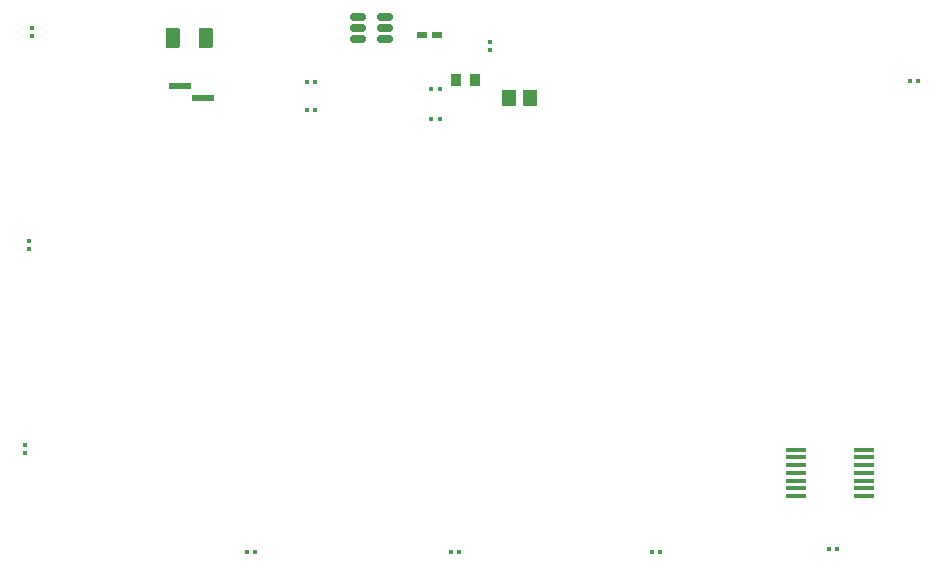
<source format=gbr>
%TF.GenerationSoftware,KiCad,Pcbnew,7.0.7*%
%TF.CreationDate,2024-02-01T19:36:20-05:00*%
%TF.ProjectId,500g Bot Design-2024-01-21,35303067-2042-46f7-9420-44657369676e,rev?*%
%TF.SameCoordinates,Original*%
%TF.FileFunction,Paste,Top*%
%TF.FilePolarity,Positive*%
%FSLAX46Y46*%
G04 Gerber Fmt 4.6, Leading zero omitted, Abs format (unit mm)*
G04 Created by KiCad (PCBNEW 7.0.7) date 2024-02-01 19:36:20*
%MOMM*%
%LPD*%
G01*
G04 APERTURE LIST*
G04 Aperture macros list*
%AMRoundRect*
0 Rectangle with rounded corners*
0 $1 Rounding radius*
0 $2 $3 $4 $5 $6 $7 $8 $9 X,Y pos of 4 corners*
0 Add a 4 corners polygon primitive as box body*
4,1,4,$2,$3,$4,$5,$6,$7,$8,$9,$2,$3,0*
0 Add four circle primitives for the rounded corners*
1,1,$1+$1,$2,$3*
1,1,$1+$1,$4,$5*
1,1,$1+$1,$6,$7*
1,1,$1+$1,$8,$9*
0 Add four rect primitives between the rounded corners*
20,1,$1+$1,$2,$3,$4,$5,0*
20,1,$1+$1,$4,$5,$6,$7,0*
20,1,$1+$1,$6,$7,$8,$9,0*
20,1,$1+$1,$8,$9,$2,$3,0*%
G04 Aperture macros list end*
%ADD10RoundRect,0.250000X-0.375000X-0.625000X0.375000X-0.625000X0.375000X0.625000X-0.375000X0.625000X0*%
%ADD11RoundRect,0.079500X0.100500X-0.079500X0.100500X0.079500X-0.100500X0.079500X-0.100500X-0.079500X0*%
%ADD12R,1.200000X1.470000*%
%ADD13RoundRect,0.079500X-0.100500X0.079500X-0.100500X-0.079500X0.100500X-0.079500X0.100500X0.079500X0*%
%ADD14RoundRect,0.079500X-0.079500X-0.100500X0.079500X-0.100500X0.079500X0.100500X-0.079500X0.100500X0*%
%ADD15R,0.858799X0.550799*%
%ADD16RoundRect,0.079500X0.079500X0.100500X-0.079500X0.100500X-0.079500X-0.100500X0.079500X-0.100500X0*%
%ADD17R,1.950000X0.500000*%
%ADD18R,1.778000X0.355600*%
%ADD19R,0.940000X1.020000*%
%ADD20RoundRect,0.150000X-0.512500X-0.150000X0.512500X-0.150000X0.512500X0.150000X-0.512500X0.150000X0*%
G04 APERTURE END LIST*
D10*
%TO.C,F1*%
X66799000Y-85344000D03*
X69599000Y-85344000D03*
%TD*%
D11*
%TO.C,C11*%
X54229000Y-120487000D03*
X54229000Y-119797000D03*
%TD*%
D12*
%TO.C,L2*%
X95279000Y-90424000D03*
X96999000Y-90424000D03*
%TD*%
D13*
%TO.C,C12*%
X54864000Y-84491000D03*
X54864000Y-85181000D03*
%TD*%
D14*
%TO.C,C4*%
X73061000Y-128905000D03*
X73751000Y-128905000D03*
%TD*%
%TO.C,C8*%
X78141000Y-89050000D03*
X78831000Y-89050000D03*
%TD*%
%TO.C,C6*%
X107351000Y-128905000D03*
X108041000Y-128905000D03*
%TD*%
D15*
%TO.C,R2*%
X87864601Y-85090000D03*
X89173399Y-85090000D03*
%TD*%
D16*
%TO.C,C2*%
X89372000Y-89662000D03*
X88682000Y-89662000D03*
%TD*%
D14*
%TO.C,C13*%
X78141000Y-91440000D03*
X78831000Y-91440000D03*
%TD*%
D17*
%TO.C,J10*%
X67351000Y-89416000D03*
X69301000Y-90416000D03*
%TD*%
D16*
%TO.C,C14*%
X123027000Y-128651000D03*
X122337000Y-128651000D03*
%TD*%
D14*
%TO.C,C3*%
X90333000Y-128905000D03*
X91023000Y-128905000D03*
%TD*%
D18*
%TO.C,U3*%
X119557800Y-120223999D03*
X119557800Y-120874000D03*
X119557800Y-121524001D03*
X119557800Y-122174000D03*
X119557800Y-122823999D03*
X119557800Y-123474000D03*
X119557800Y-124123999D03*
X125298200Y-124124001D03*
X125298200Y-123474000D03*
X125298200Y-122824001D03*
X125298200Y-122174000D03*
X125298200Y-121524001D03*
X125298200Y-120874000D03*
X125298200Y-120224001D03*
%TD*%
D16*
%TO.C,C1*%
X89372000Y-92202000D03*
X88682000Y-92202000D03*
%TD*%
D11*
%TO.C,C9*%
X93599000Y-86385000D03*
X93599000Y-85695000D03*
%TD*%
D19*
%TO.C,R1*%
X90777000Y-88900000D03*
X92357000Y-88900000D03*
%TD*%
D13*
%TO.C,C10*%
X54610000Y-102525000D03*
X54610000Y-103215000D03*
%TD*%
D14*
%TO.C,C7*%
X129195000Y-89027000D03*
X129885000Y-89027000D03*
%TD*%
D20*
%TO.C,U2*%
X82457500Y-83550000D03*
X82457500Y-84500000D03*
X82457500Y-85450000D03*
X84732500Y-85450000D03*
X84732500Y-84500000D03*
X84732500Y-83550000D03*
%TD*%
M02*

</source>
